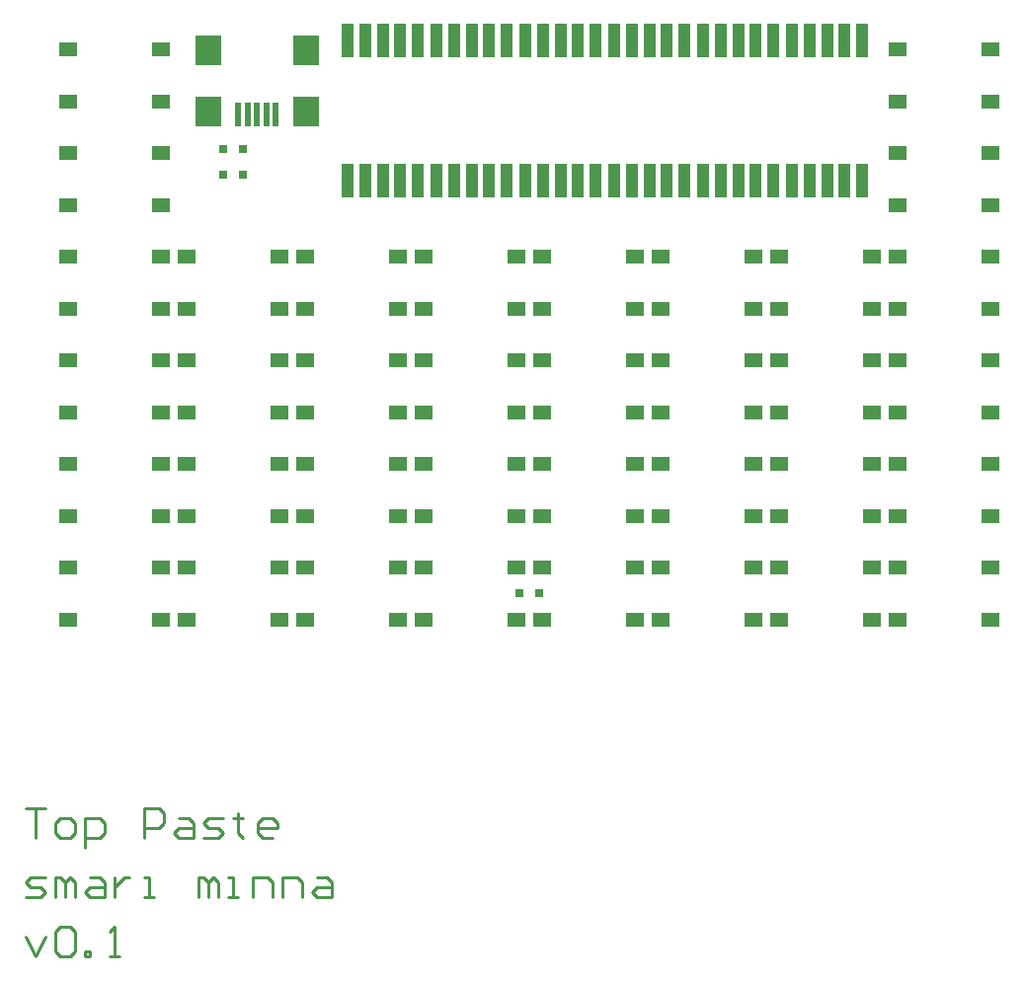
<source format=gtp>
%FSLAX25Y25*%
%MOIN*%
G70*
G01*
G75*
G04 Layer_Color=8421504*
%ADD10R,0.08661X0.09843*%
%ADD11R,0.01969X0.07874*%
%ADD12R,0.06102X0.05118*%
%ADD13C,0.04000*%
G04:AMPARAMS|DCode=14|XSize=60mil|YSize=300mil|CornerRadius=0mil|HoleSize=0mil|Usage=FLASHONLY|Rotation=90.000|XOffset=0mil|YOffset=0mil|HoleType=Round|Shape=Octagon|*
%AMOCTAGOND14*
4,1,8,-0.15000,-0.01500,-0.15000,0.01500,-0.13500,0.03000,0.13500,0.03000,0.15000,0.01500,0.15000,-0.01500,0.13500,-0.03000,-0.13500,-0.03000,-0.15000,-0.01500,0.0*
%
%ADD14OCTAGOND14*%

%ADD15R,0.03150X0.03150*%
%ADD16R,0.03937X0.11811*%
%ADD17C,0.01000*%
%ADD18C,0.02000*%
%ADD19C,0.01200*%
%ADD20C,0.02362*%
%ADD21C,0.02200*%
%ADD22C,0.04000*%
%ADD23C,0.07543*%
%ADD24C,0.04200*%
%ADD25R,0.04000X0.04000*%
%ADD26R,0.01181X0.06693*%
%ADD27R,0.07677X0.01575*%
%ADD28R,0.04134X0.02362*%
%ADD29R,0.06693X0.01378*%
%ADD30R,0.06299X0.01378*%
%ADD31R,0.02165X0.07677*%
%ADD32R,0.07677X0.02165*%
%ADD33R,0.07874X0.02362*%
%ADD34R,0.15748X0.06693*%
%ADD35R,0.15748X0.05906*%
%ADD36R,0.07677X0.05118*%
%ADD37R,0.05118X0.05906*%
%ADD38R,0.04331X0.03937*%
%ADD39R,0.04000X0.04000*%
%ADD40R,0.03937X0.04331*%
%ADD41C,0.01500*%
%ADD42C,0.03000*%
%ADD43C,0.01400*%
%ADD44C,0.00984*%
%ADD45C,0.02362*%
%ADD46C,0.00787*%
D10*
X61465Y185126D02*
D03*
X94535D02*
D03*
Y205992D02*
D03*
X61465D02*
D03*
D11*
X71701Y184142D02*
D03*
X74850D02*
D03*
X78000D02*
D03*
X81150D02*
D03*
X84299D02*
D03*
D12*
X94350Y136358D02*
D03*
X125650D02*
D03*
X94350Y118642D02*
D03*
X125650D02*
D03*
X14350Y66358D02*
D03*
X45650D02*
D03*
X14350Y48642D02*
D03*
X45650D02*
D03*
X294350Y206358D02*
D03*
X325650D02*
D03*
X294350Y188642D02*
D03*
X325650D02*
D03*
X294350Y171358D02*
D03*
X325650D02*
D03*
X294350Y153642D02*
D03*
X325650D02*
D03*
X14350Y171358D02*
D03*
X45650D02*
D03*
X14350Y153642D02*
D03*
X45650D02*
D03*
X14350Y206358D02*
D03*
X45650D02*
D03*
X14350Y188642D02*
D03*
X45650D02*
D03*
X14350Y136358D02*
D03*
X45650D02*
D03*
X14350Y118642D02*
D03*
X45650D02*
D03*
X54350Y136358D02*
D03*
X85650D02*
D03*
X54350Y118642D02*
D03*
X85650D02*
D03*
X94350Y31358D02*
D03*
X125650D02*
D03*
X94350Y13642D02*
D03*
X125650D02*
D03*
X134350Y66358D02*
D03*
X165650D02*
D03*
X134350Y48642D02*
D03*
X165650D02*
D03*
X94350Y66358D02*
D03*
X125650D02*
D03*
X94350Y48642D02*
D03*
X125650D02*
D03*
X14350Y101358D02*
D03*
X45650D02*
D03*
X14350Y83642D02*
D03*
X45650D02*
D03*
X54350Y101358D02*
D03*
X85650D02*
D03*
X54350Y83642D02*
D03*
X85650D02*
D03*
X134350Y31358D02*
D03*
X165650D02*
D03*
X134350Y13642D02*
D03*
X165650D02*
D03*
X134350Y101358D02*
D03*
X165650D02*
D03*
X134350Y83642D02*
D03*
X165650D02*
D03*
X134350Y136358D02*
D03*
X165650D02*
D03*
X134350Y118642D02*
D03*
X165650D02*
D03*
X94350Y101358D02*
D03*
X125650D02*
D03*
X94350Y83642D02*
D03*
X125650D02*
D03*
X54350Y31358D02*
D03*
X85650D02*
D03*
X54350Y13642D02*
D03*
X85650D02*
D03*
X174350Y136358D02*
D03*
X205650D02*
D03*
X174350Y118642D02*
D03*
X205650D02*
D03*
X174350Y101358D02*
D03*
X205650D02*
D03*
X174350Y83642D02*
D03*
X205650D02*
D03*
X174350Y66358D02*
D03*
X205650D02*
D03*
X174350Y48642D02*
D03*
X205650D02*
D03*
X174350Y31358D02*
D03*
X205650D02*
D03*
X174350Y13642D02*
D03*
X205650D02*
D03*
X14350Y31358D02*
D03*
X45650D02*
D03*
X14350Y13642D02*
D03*
X45650D02*
D03*
X54350Y66358D02*
D03*
X85650D02*
D03*
X54350Y48642D02*
D03*
X85650D02*
D03*
X214350Y136358D02*
D03*
X245650D02*
D03*
X214350Y118642D02*
D03*
X245650D02*
D03*
X214350Y101358D02*
D03*
X245650D02*
D03*
X214350Y83642D02*
D03*
X245650D02*
D03*
X214350Y66358D02*
D03*
X245650D02*
D03*
X214350Y48642D02*
D03*
X245650D02*
D03*
X214350Y31358D02*
D03*
X245650D02*
D03*
X214350Y13642D02*
D03*
X245650D02*
D03*
X254350Y136358D02*
D03*
X285650D02*
D03*
X254350Y118642D02*
D03*
X285650D02*
D03*
X254350Y101358D02*
D03*
X285650D02*
D03*
X254350Y83642D02*
D03*
X285650D02*
D03*
X254350Y66358D02*
D03*
X285650D02*
D03*
X254350Y48642D02*
D03*
X285650D02*
D03*
X254350Y31358D02*
D03*
X285650D02*
D03*
X254350Y13642D02*
D03*
X285650D02*
D03*
X294350Y136358D02*
D03*
X325650D02*
D03*
X294350Y118642D02*
D03*
X325650D02*
D03*
X294350Y101358D02*
D03*
X325650D02*
D03*
X294350Y83642D02*
D03*
X325650D02*
D03*
X294350Y66358D02*
D03*
X325650D02*
D03*
X294350Y48642D02*
D03*
X325650D02*
D03*
X294350Y31358D02*
D03*
X325650D02*
D03*
X294350Y13642D02*
D03*
X325650D02*
D03*
D15*
X73248Y164000D02*
D03*
X66752D02*
D03*
Y172500D02*
D03*
X73248D02*
D03*
X173248Y22500D02*
D03*
X166752D02*
D03*
D16*
X108689Y161878D02*
D03*
X114594D02*
D03*
X120500D02*
D03*
X126406D02*
D03*
X132311D02*
D03*
Y209122D02*
D03*
X126406D02*
D03*
X120500D02*
D03*
X114594D02*
D03*
X108689D02*
D03*
X168689D02*
D03*
X174594D02*
D03*
X180500D02*
D03*
X186406D02*
D03*
X192311D02*
D03*
Y161878D02*
D03*
X186406D02*
D03*
X180500D02*
D03*
X174594D02*
D03*
X168689D02*
D03*
X228689D02*
D03*
X234594D02*
D03*
X240500D02*
D03*
X246406D02*
D03*
X252311D02*
D03*
Y209122D02*
D03*
X246406D02*
D03*
X240500D02*
D03*
X234594D02*
D03*
X228689D02*
D03*
X258689D02*
D03*
X264595D02*
D03*
X270500D02*
D03*
X276406D02*
D03*
X282311D02*
D03*
Y161878D02*
D03*
X276406D02*
D03*
X270500D02*
D03*
X264595D02*
D03*
X258689D02*
D03*
X198689D02*
D03*
X204594D02*
D03*
X210500D02*
D03*
X216406D02*
D03*
X222311D02*
D03*
Y209122D02*
D03*
X216406D02*
D03*
X210500D02*
D03*
X204594D02*
D03*
X198689D02*
D03*
X138689D02*
D03*
X144595D02*
D03*
X150500D02*
D03*
X156405D02*
D03*
X162311D02*
D03*
Y161878D02*
D03*
X156405D02*
D03*
X150500D02*
D03*
X144595D02*
D03*
X138689D02*
D03*
D17*
X0Y-93335D02*
X3332Y-100000D01*
X6664Y-93335D01*
X9997Y-91669D02*
X11663Y-90003D01*
X14995D01*
X16661Y-91669D01*
Y-98334D01*
X14995Y-100000D01*
X11663D01*
X9997Y-98334D01*
Y-91669D01*
X19994Y-100000D02*
Y-98334D01*
X21660D01*
Y-100000D01*
X19994D01*
X28324D02*
X31656D01*
X29990D01*
Y-90003D01*
X28324Y-91669D01*
X0Y-50003D02*
X6664D01*
X3332D01*
Y-60000D01*
X11663D02*
X14995D01*
X16661Y-58334D01*
Y-55002D01*
X14995Y-53335D01*
X11663D01*
X9997Y-55002D01*
Y-58334D01*
X11663Y-60000D01*
X19994Y-63332D02*
Y-53335D01*
X24992D01*
X26658Y-55002D01*
Y-58334D01*
X24992Y-60000D01*
X19994D01*
X39987D02*
Y-50003D01*
X44985D01*
X46652Y-51669D01*
Y-55002D01*
X44985Y-56668D01*
X39987D01*
X51650Y-53335D02*
X54982D01*
X56648Y-55002D01*
Y-60000D01*
X51650D01*
X49984Y-58334D01*
X51650Y-56668D01*
X56648D01*
X59981Y-60000D02*
X64979D01*
X66645Y-58334D01*
X64979Y-56668D01*
X61647D01*
X59981Y-55002D01*
X61647Y-53335D01*
X66645D01*
X71644Y-51669D02*
Y-53335D01*
X69977D01*
X73310D01*
X71644D01*
Y-58334D01*
X73310Y-60000D01*
X83306D02*
X79974D01*
X78308Y-58334D01*
Y-55002D01*
X79974Y-53335D01*
X83306D01*
X84973Y-55002D01*
Y-56668D01*
X78308D01*
X0Y-80000D02*
X4998D01*
X6664Y-78334D01*
X4998Y-76668D01*
X1666D01*
X0Y-75002D01*
X1666Y-73335D01*
X6664D01*
X9997Y-80000D02*
Y-73335D01*
X11663D01*
X13329Y-75002D01*
Y-80000D01*
Y-75002D01*
X14995Y-73335D01*
X16661Y-75002D01*
Y-80000D01*
X21660Y-73335D02*
X24992D01*
X26658Y-75002D01*
Y-80000D01*
X21660D01*
X19994Y-78334D01*
X21660Y-76668D01*
X26658D01*
X29990Y-73335D02*
Y-80000D01*
Y-76668D01*
X31656Y-75002D01*
X33323Y-73335D01*
X34989D01*
X39987Y-80000D02*
X43319D01*
X41653D01*
Y-73335D01*
X39987D01*
X58315Y-80000D02*
Y-73335D01*
X59981D01*
X61647Y-75002D01*
Y-80000D01*
Y-75002D01*
X63313Y-73335D01*
X64979Y-75002D01*
Y-80000D01*
X68311D02*
X71644D01*
X69977D01*
Y-73335D01*
X68311D01*
X76642Y-80000D02*
Y-73335D01*
X81640D01*
X83306Y-75002D01*
Y-80000D01*
X86639D02*
Y-73335D01*
X91637D01*
X93303Y-75002D01*
Y-80000D01*
X98302Y-73335D02*
X101634D01*
X103300Y-75002D01*
Y-80000D01*
X98302D01*
X96635Y-78334D01*
X98302Y-76668D01*
X103300D01*
M02*

</source>
